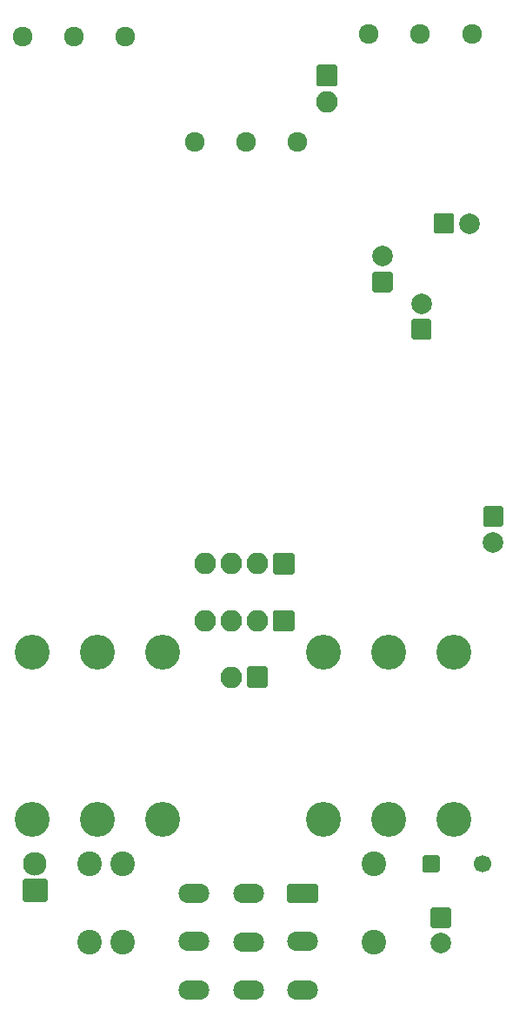
<source format=gbs>
G04 #@! TF.GenerationSoftware,KiCad,Pcbnew,7.0.5.1-1-g8f565ef7f0-dirty-deb11*
G04 #@! TF.CreationDate,2023-08-10T16:36:03+00:00*
G04 #@! TF.ProjectId,rebote-smd,7265626f-7465-42d7-936d-642e6b696361,1.0.4*
G04 #@! TF.SameCoordinates,Original*
G04 #@! TF.FileFunction,Soldermask,Bot*
G04 #@! TF.FilePolarity,Negative*
%FSLAX46Y46*%
G04 Gerber Fmt 4.6, Leading zero omitted, Abs format (unit mm)*
G04 Created by KiCad (PCBNEW 7.0.5.1-1-g8f565ef7f0-dirty-deb11) date 2023-08-10 16:36:03*
%MOMM*%
%LPD*%
G01*
G04 APERTURE LIST*
%ADD10O,3.000000X1.900000*%
%ADD11C,3.400000*%
%ADD12O,2.100000X2.100000*%
%ADD13C,2.000000*%
%ADD14C,2.300000*%
%ADD15C,2.398980*%
%ADD16C,1.700000*%
%ADD17C,1.924000*%
G04 APERTURE END LIST*
G36*
G01*
X150050000Y-137075000D02*
X150050000Y-138575000D01*
G75*
G02*
X149850000Y-138775000I-200000J0D01*
G01*
X147250000Y-138775000D01*
G75*
G02*
X147050000Y-138575000I0J200000D01*
G01*
X147050000Y-137075000D01*
G75*
G02*
X147250000Y-136875000I200000J0D01*
G01*
X149850000Y-136875000D01*
G75*
G02*
X150050000Y-137075000I0J-200000D01*
G01*
G37*
D10*
X143250000Y-137825000D03*
X137950000Y-137825000D03*
X148550000Y-142525000D03*
X143250000Y-142550000D03*
X137950000Y-142525000D03*
X148550000Y-147225000D03*
X143250000Y-147225000D03*
X137950000Y-147225000D03*
D11*
X128595000Y-130665000D03*
X128595000Y-114435000D03*
X122245000Y-130665000D03*
X122245000Y-114435000D03*
X134945000Y-130665000D03*
X134945000Y-114435000D03*
G36*
G01*
X149860000Y-59175000D02*
X149860000Y-57475000D01*
G75*
G02*
X150060000Y-57275000I200000J0D01*
G01*
X151760000Y-57275000D01*
G75*
G02*
X151960000Y-57475000I0J-200000D01*
G01*
X151960000Y-59175000D01*
G75*
G02*
X151760000Y-59375000I-200000J0D01*
G01*
X150060000Y-59375000D01*
G75*
G02*
X149860000Y-59175000I0J200000D01*
G01*
G37*
D12*
X150910000Y-60865000D03*
G36*
G01*
X145850000Y-110300000D02*
X147550000Y-110300000D01*
G75*
G02*
X147750000Y-110500000I0J-200000D01*
G01*
X147750000Y-112200000D01*
G75*
G02*
X147550000Y-112400000I-200000J0D01*
G01*
X145850000Y-112400000D01*
G75*
G02*
X145650000Y-112200000I0J200000D01*
G01*
X145650000Y-110500000D01*
G75*
G02*
X145850000Y-110300000I200000J0D01*
G01*
G37*
X144160000Y-111350000D03*
X141620000Y-111350000D03*
X139080000Y-111350000D03*
G36*
G01*
X145850000Y-104750000D02*
X147550000Y-104750000D01*
G75*
G02*
X147750000Y-104950000I0J-200000D01*
G01*
X147750000Y-106650000D01*
G75*
G02*
X147550000Y-106850000I-200000J0D01*
G01*
X145850000Y-106850000D01*
G75*
G02*
X145650000Y-106650000I0J200000D01*
G01*
X145650000Y-104950000D01*
G75*
G02*
X145850000Y-104750000I200000J0D01*
G01*
G37*
X144160000Y-105800000D03*
X141620000Y-105800000D03*
X139080000Y-105800000D03*
G36*
G01*
X161200000Y-139200000D02*
X162800000Y-139200000D01*
G75*
G02*
X163000000Y-139400000I0J-200000D01*
G01*
X163000000Y-141000000D01*
G75*
G02*
X162800000Y-141200000I-200000J0D01*
G01*
X161200000Y-141200000D01*
G75*
G02*
X161000000Y-141000000I0J200000D01*
G01*
X161000000Y-139400000D01*
G75*
G02*
X161200000Y-139200000I200000J0D01*
G01*
G37*
D13*
X162000000Y-142700000D03*
G36*
G01*
X123700000Y-136590000D02*
X123700000Y-138490000D01*
G75*
G02*
X123500000Y-138690000I-200000J0D01*
G01*
X121500000Y-138690000D01*
G75*
G02*
X121300000Y-138490000I0J200000D01*
G01*
X121300000Y-136590000D01*
G75*
G02*
X121500000Y-136390000I200000J0D01*
G01*
X123500000Y-136390000D01*
G75*
G02*
X123700000Y-136590000I0J-200000D01*
G01*
G37*
D14*
X122500000Y-135000000D03*
D15*
X155500000Y-135000000D03*
X155500000Y-142620000D03*
X127760000Y-142600000D03*
X127760000Y-134980000D03*
X131010000Y-135000000D03*
X131010000Y-142620000D03*
G36*
G01*
X160200000Y-135650000D02*
X160200000Y-134350000D01*
G75*
G02*
X160400000Y-134150000I200000J0D01*
G01*
X161700000Y-134150000D01*
G75*
G02*
X161900000Y-134350000I0J-200000D01*
G01*
X161900000Y-135650000D01*
G75*
G02*
X161700000Y-135850000I-200000J0D01*
G01*
X160400000Y-135850000D01*
G75*
G02*
X160200000Y-135650000I0J200000D01*
G01*
G37*
D16*
X166050000Y-135000000D03*
G36*
G01*
X143290000Y-115760000D02*
X144990000Y-115760000D01*
G75*
G02*
X145190000Y-115960000I0J-200000D01*
G01*
X145190000Y-117660000D01*
G75*
G02*
X144990000Y-117860000I-200000J0D01*
G01*
X143290000Y-117860000D01*
G75*
G02*
X143090000Y-117660000I0J200000D01*
G01*
X143090000Y-115960000D01*
G75*
G02*
X143290000Y-115760000I200000J0D01*
G01*
G37*
D12*
X141600000Y-116810000D03*
D11*
X156925000Y-114435000D03*
X156925000Y-130665000D03*
X163275000Y-114435000D03*
X163275000Y-130665000D03*
X150575000Y-114435000D03*
X150575000Y-130665000D03*
G36*
G01*
X161304888Y-73500000D02*
X161304888Y-71900000D01*
G75*
G02*
X161504888Y-71700000I200000J0D01*
G01*
X163104888Y-71700000D01*
G75*
G02*
X163304888Y-71900000I0J-200000D01*
G01*
X163304888Y-73500000D01*
G75*
G02*
X163104888Y-73700000I-200000J0D01*
G01*
X161504888Y-73700000D01*
G75*
G02*
X161304888Y-73500000I0J200000D01*
G01*
G37*
D13*
X164804888Y-72700000D03*
G36*
G01*
X160910000Y-84000000D02*
X159310000Y-84000000D01*
G75*
G02*
X159110000Y-83800000I0J200000D01*
G01*
X159110000Y-82200000D01*
G75*
G02*
X159310000Y-82000000I200000J0D01*
G01*
X160910000Y-82000000D01*
G75*
G02*
X161110000Y-82200000I0J-200000D01*
G01*
X161110000Y-83800000D01*
G75*
G02*
X160910000Y-84000000I-200000J0D01*
G01*
G37*
X160110000Y-80500000D03*
G36*
G01*
X166310000Y-100194888D02*
X167910000Y-100194888D01*
G75*
G02*
X168110000Y-100394888I0J-200000D01*
G01*
X168110000Y-101994888D01*
G75*
G02*
X167910000Y-102194888I-200000J0D01*
G01*
X166310000Y-102194888D01*
G75*
G02*
X166110000Y-101994888I0J200000D01*
G01*
X166110000Y-100394888D01*
G75*
G02*
X166310000Y-100194888I200000J0D01*
G01*
G37*
X167110000Y-103694888D03*
G36*
G01*
X157110000Y-79400000D02*
X155510000Y-79400000D01*
G75*
G02*
X155310000Y-79200000I0J200000D01*
G01*
X155310000Y-77600000D01*
G75*
G02*
X155510000Y-77400000I200000J0D01*
G01*
X157110000Y-77400000D01*
G75*
G02*
X157310000Y-77600000I0J-200000D01*
G01*
X157310000Y-79200000D01*
G75*
G02*
X157110000Y-79400000I-200000J0D01*
G01*
G37*
X156310000Y-75900000D03*
D17*
X138010000Y-64800000D03*
X143010000Y-64800000D03*
X148010000Y-64800000D03*
X121260000Y-54550000D03*
X126260000Y-54550000D03*
X131260000Y-54550000D03*
X155010000Y-54300000D03*
X160010000Y-54300000D03*
X165010000Y-54300000D03*
M02*

</source>
